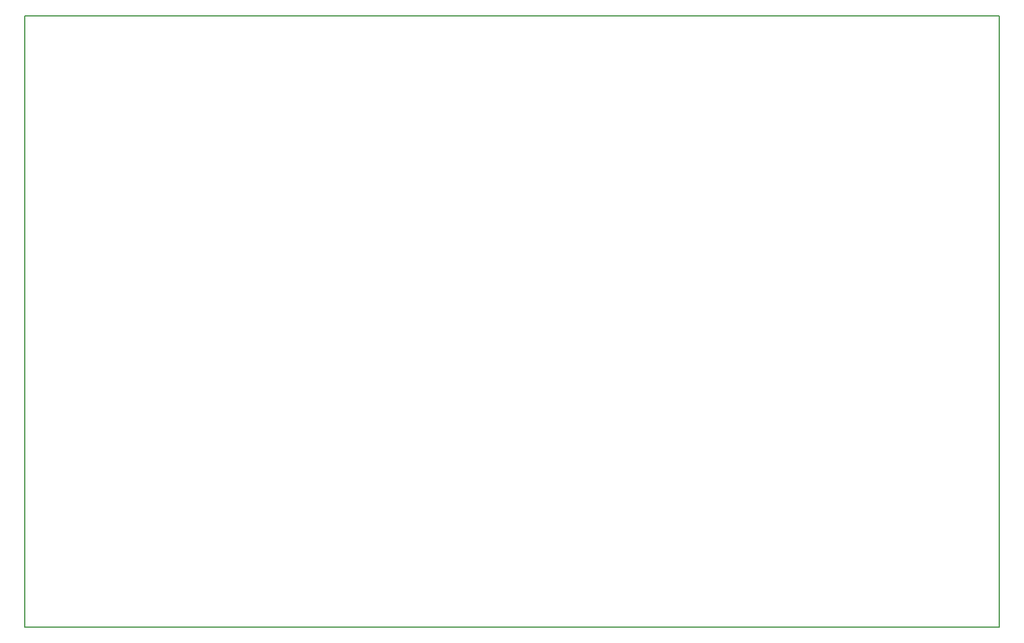
<source format=gbr>
%TF.GenerationSoftware,KiCad,Pcbnew,(6.0.11)*%
%TF.CreationDate,2023-06-15T21:51:14-05:00*%
%TF.ProjectId,LittleDX,4c697474-6c65-4445-982e-6b696361645f,rev?*%
%TF.SameCoordinates,Original*%
%TF.FileFunction,Profile,NP*%
%FSLAX46Y46*%
G04 Gerber Fmt 4.6, Leading zero omitted, Abs format (unit mm)*
G04 Created by KiCad (PCBNEW (6.0.11)) date 2023-06-15 21:51:14*
%MOMM*%
%LPD*%
G01*
G04 APERTURE LIST*
%TA.AperFunction,Profile*%
%ADD10C,0.150000*%
%TD*%
G04 APERTURE END LIST*
D10*
X190000000Y-145000000D02*
X50000000Y-145000000D01*
X50000000Y-145000000D02*
X50000000Y-57000000D01*
X190000000Y-57000000D02*
X190000000Y-145000000D01*
X50000000Y-57000000D02*
X190000000Y-57000000D01*
M02*

</source>
